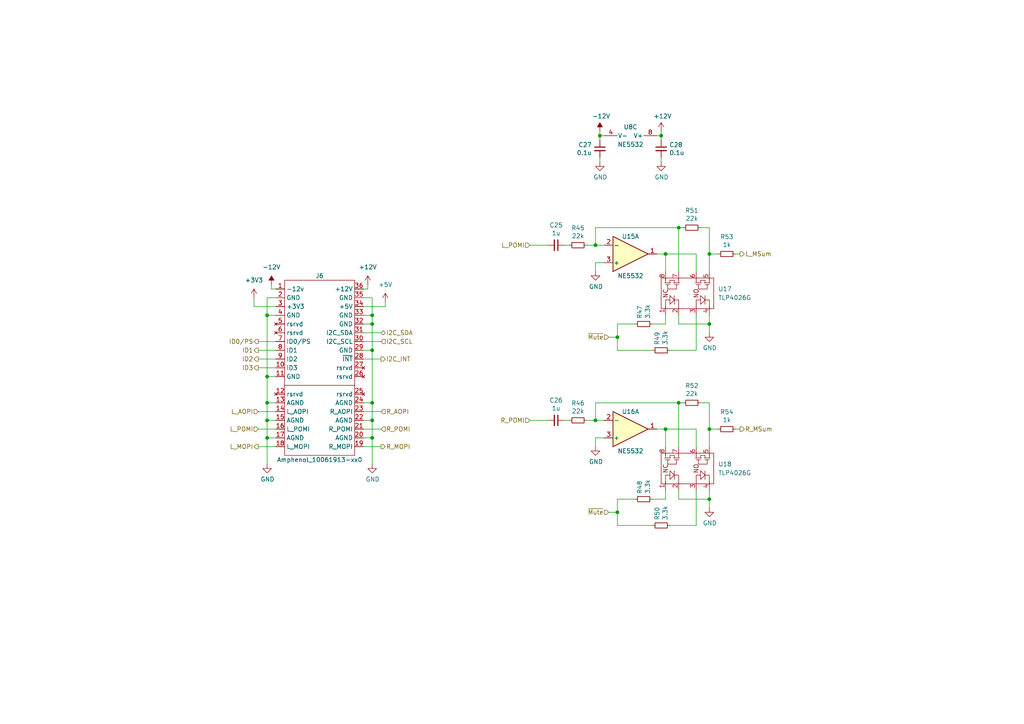
<source format=kicad_sch>
(kicad_sch (version 20230121) (generator eeschema)
  (paper "A4")
  (lib_symbols
    (symbol "Device:C_Small" (pin_numbers hide) (pin_names (offset 0.254) hide)
      (property "Reference" "C" (at 0.254 1.778 0))
      (property "Value" "C_Small" (at 0.254 -2.032 0))
      (symbol "C_Small_0_1"
        (polyline (pts (xy -1.524 -0.508) (xy 1.524 -0.508)) (stroke (width 0.3302)))
        (polyline (pts (xy -1.524 0.508) (xy 1.524 0.508)) (stroke (width 0.3048)))
      )
      (symbol "C_Small_1_1"
        (pin passive line (at 0 2.54 270) (length 2.032) (name "~") (number "1"))
        (pin passive line (at 0 -2.54 90) (length 2.032) (name "~") (number "2"))
      )
    )
    (symbol "Device:R_Small" (pin_numbers hide) (pin_names (offset 0.254) hide)
      (property "Reference" "R" (at 0.762 0.508 0))
      (property "Value" "R_Small" (at 0.762 -1.016 0))
      (symbol "R_Small_0_1"
        (rectangle (start -0.762 1.778) (end 0.762 -1.778) (stroke (width 0.2032)))
      )
      (symbol "R_Small_1_1"
        (pin passive line (at 0 2.54 270) (length 0.762) (name "~") (number "1"))
        (pin passive line (at 0 -2.54 90) (length 0.762) (name "~") (number "2"))
      )
    )
    (symbol "power:+12V" (power) (pin_names (offset 0))
      (property "Value" "+12V" (at 0 3.556 0))
      (symbol "+12V_0_1"
        (polyline (pts (xy -0.762 1.27) (xy 0 2.54)))
        (polyline (pts (xy 0 0) (xy 0 2.54)))
        (polyline (pts (xy 0 2.54) (xy 0.762 1.27)))
      )
      (symbol "+12V_1_1"
        (pin power_in line (at 0 0 90) (length 0) hide (name "+12V") (number "1"))
      )
    )
    (symbol "power:+3V3" (power) (pin_names (offset 0))
      (property "Value" "+3V3" (at 0 3.556 0))
      (symbol "+3V3_0_1"
        (polyline (pts (xy -0.762 1.27) (xy 0 2.54)))
        (polyline (pts (xy 0 0) (xy 0 2.54)))
        (polyline (pts (xy 0 2.54) (xy 0.762 1.27)))
      )
      (symbol "+3V3_1_1"
        (pin power_in line (at 0 0 90) (length 0) hide (name "+3V3") (number "1"))
      )
    )
    (symbol "power:+5V" (power) (pin_names (offset 0))
      (property "Value" "+5V" (at 0 3.556 0))
      (symbol "+5V_0_1"
        (polyline (pts (xy -0.762 1.27) (xy 0 2.54)))
        (polyline (pts (xy 0 0) (xy 0 2.54)))
        (polyline (pts (xy 0 2.54) (xy 0.762 1.27)))
      )
      (symbol "+5V_1_1"
        (pin power_in line (at 0 0 90) (length 0) hide (name "+5V") (number "1"))
      )
    )
    (symbol "power:-12V" (power) (pin_names (offset 0))
      (property "Value" "-12V" (at 0 3.81 0))
      (symbol "-12V_0_0"
        (pin power_in line (at 0 0 90) (length 0) hide (name "-12V") (number "1"))
      )
      (symbol "-12V_0_1"
        (polyline (pts (xy 0 0) (xy 0 1.27) (xy 0.762 1.27) (xy 0 2.54) (xy -0.762 1.27) (xy 0 1.27)) (fill (type outline)))
      )
    )
    (symbol "power:GND" (power) (pin_names (offset 0))
      (property "Value" "GND" (at 0 -3.81 0))
      (symbol "GND_0_1"
        (polyline (pts (xy 0 0) (xy 0 -1.27) (xy 1.27 -1.27) (xy 0 -2.54) (xy -1.27 -1.27) (xy 0 -1.27)))
      )
      (symbol "GND_1_1"
        (pin power_in line (at 0 0 270) (length 0) hide (name "GND") (number "1"))
      )
    )
    (symbol "silver-box-modular:Amphenol_10061913-xx0"
      (property "Reference" "J" (at 0 2.54 0))
      (property "Value" "Amphenol_10061913-xx0" (at 0 -50.8 0))
      (symbol "Amphenol_10061913-xx0_0_1"
        (rectangle (start -10.16 1.27) (end 10.16 -49.53))
        (polyline (pts (xy 10.16 -29.21) (xy -10.16 -29.21)))
      )
      (symbol "Amphenol_10061913-xx0_1_1"
        (pin power_out line (at -12.7 -1.27 0) (length 2.54) (name "-12v") (number "1"))
        (pin passive line (at -12.7 -24.13 0) (length 2.54) (name "ID3") (number "10"))
        (pin power_in line (at -12.7 -26.67 0) (length 2.54) (name "GND") (number "11"))
        (pin no_connect line (at -12.7 -31.75 0) (length 2.54) (name "rsrvd") (number "12"))
        (pin power_in line (at -12.7 -34.29 0) (length 2.54) (name "AGND") (number "13"))
        (pin passive line (at -12.7 -36.83 0) (length 2.54) (name "L_AOPI") (number "14"))
        (pin power_in line (at -12.7 -39.37 0) (length 2.54) (name "AGND") (number "15"))
        (pin passive line (at -12.7 -41.91 0) (length 2.54) (name "L_POMI") (number "16"))
        (pin power_in line (at -12.7 -44.45 0) (length 2.54) (name "AGND") (number "17"))
        (pin passive line (at -12.7 -46.99 0) (length 2.54) (name "L_MOPI") (number "18"))
        (pin passive line (at 12.7 -46.99 180) (length 2.54) (name "R_MOPI") (number "19"))
        (pin power_in line (at -12.7 -3.81 0) (length 2.54) (name "GND") (number "2"))
        (pin power_in line (at 12.7 -44.45 180) (length 2.54) (name "AGND") (number "20"))
        (pin passive line (at 12.7 -41.91 180) (length 2.54) (name "R_POMI") (number "21"))
        (pin power_in line (at 12.7 -39.37 180) (length 2.54) (name "AGND") (number "22"))
        (pin passive line (at 12.7 -36.83 180) (length 2.54) (name "R_AOPI") (number "23"))
        (pin power_in line (at 12.7 -34.29 180) (length 2.54) (name "AGND") (number "24"))
        (pin no_connect line (at 12.7 -31.75 180) (length 2.54) (name "rsrvd") (number "25"))
        (pin no_connect line (at 12.7 -26.67 180) (length 2.54) (name "rsrvd") (number "26"))
        (pin no_connect line (at 12.7 -24.13 180) (length 2.54) (name "rsrvd") (number "27"))
        (pin passive line (at 12.7 -21.59 180) (length 2.54) (name "~{INT}") (number "28"))
        (pin power_in line (at 12.7 -19.05 180) (length 2.54) (name "GND") (number "29"))
        (pin power_out line (at -12.7 -6.35 0) (length 2.54) (name "+3V3") (number "3"))
        (pin passive line (at 12.7 -16.51 180) (length 2.54) (name "I2C_SCL") (number "30"))
        (pin passive line (at 12.7 -13.97 180) (length 2.54) (name "I2C_SDA") (number "31"))
        (pin power_in line (at 12.7 -11.43 180) (length 2.54) (name "GND") (number "32"))
        (pin power_in line (at 12.7 -8.89 180) (length 2.54) (name "GND") (number "33"))
        (pin power_out line (at 12.7 -6.35 180) (length 2.54) (name "+5V") (number "34"))
        (pin power_in line (at 12.7 -3.81 180) (length 2.54) (name "GND") (number "35"))
        (pin power_out line (at 12.7 -1.27 180) (length 2.54) (name "+12V") (number "36"))
        (pin power_in line (at -12.7 -8.89 0) (length 2.54) (name "GND") (number "4"))
        (pin no_connect line (at -12.7 -11.43 0) (length 2.54) (name "rsrvd") (number "5"))
        (pin no_connect line (at -12.7 -13.97 0) (length 2.54) (name "rsrvd") (number "6"))
        (pin passive line (at -12.7 -16.51 0) (length 2.54) (name "ID0/PS") (number "7"))
        (pin passive line (at -12.7 -19.05 0) (length 2.54) (name "ID1") (number "8"))
        (pin passive line (at -12.7 -21.59 0) (length 2.54) (name "ID2") (number "9"))
      )
    )
    (symbol "silver-box-modular:NE5532" (pin_names (offset 0.127))
      (property "Reference" "U3" (at 0 5.08 0))
      (property "Value" "NE5532" (at 0 -6.35 0))
      (symbol "NE5532_1_1"
        (polyline (pts (xy -5.08 5.08) (xy 5.08 0) (xy -5.08 -5.08) (xy -5.08 5.08)) (stroke (width 0.254)) (fill (type background)))
        (pin output line (at 7.62 0 180) (length 2.54) (name "~") (number "1"))
        (pin input line (at -7.62 -2.54 0) (length 2.54) (name "-") (number "2"))
        (pin input line (at -7.62 2.54 0) (length 2.54) (name "+") (number "3"))
      )
      (symbol "NE5532_2_1"
        (polyline (pts (xy -5.08 5.08) (xy 5.08 0) (xy -5.08 -5.08) (xy -5.08 5.08)) (stroke (width 0.254)) (fill (type background)))
        (pin input line (at -7.62 2.54 0) (length 2.54) (name "+") (number "5"))
        (pin input line (at -7.62 -2.54 0) (length 2.54) (name "-") (number "6"))
        (pin output line (at 7.62 0 180) (length 2.54) (name "~") (number "7"))
      )
      (symbol "NE5532_3_1"
        (pin power_in line (at -2.54 -7.62 90) (length 3.81) (name "V-") (number "4"))
        (pin power_in line (at -2.54 7.62 270) (length 3.81) (name "V+") (number "8"))
      )
    )
    (symbol "silver-box-modular:TLP4026G" (pin_names (offset 1.016))
      (property "Reference" "U" (at 0 8.89 0))
      (property "Value" "TLP4026G" (at 0 -8.89 0))
      (symbol "TLP4026G_0_0"
        (text "NC" (at 0 6.35 0) (effects (font (size 1.27 1.27))))
        (text "NO" (at 0 -2.54 0) (effects (font (size 1.27 1.27))))
      )
      (symbol "TLP4026G_0_1"
        (rectangle (start -4.445 7.62) (end 4.445 -7.62))
        (polyline (pts (xy -3.175 -5.08) (xy -0.635 -5.08)))
        (polyline (pts (xy -3.175 3.81) (xy -0.635 3.81)))
        (polyline (pts (xy 2.54 -2.54) (xy 2.54 -3.81)))
        (polyline (pts (xy 2.54 6.35) (xy 2.54 5.08)))
        (polyline (pts (xy 3.048 -4.826) (xy 3.048 -6.604)))
        (polyline (pts (xy 3.048 -4.064) (xy 3.048 -2.286)))
        (polyline (pts (xy 3.048 4.064) (xy 3.048 2.286)))
        (polyline (pts (xy 3.048 4.826) (xy 3.048 6.604)))
        (polyline (pts (xy 3.175 -6.35) (xy 4.445 -6.35)))
        (polyline (pts (xy 3.175 -2.54) (xy 4.445 -2.54)))
        (polyline (pts (xy 3.175 2.54) (xy 4.445 2.54)))
        (polyline (pts (xy 3.175 6.35) (xy 4.445 6.35)))
        (polyline (pts (xy -1.905 -5.08) (xy -1.905 -6.35) (xy -4.445 -6.35)))
        (polyline (pts (xy -1.905 3.81) (xy -1.905 2.54) (xy -4.445 2.54)))
        (polyline (pts (xy 3.175 -5.08) (xy 3.81 -5.08) (xy 3.81 -3.81) (xy 3.175 -3.81)))
        (polyline (pts (xy 3.175 3.81) (xy 3.81 3.81) (xy 3.81 5.08) (xy 3.175 5.08)))
        (polyline (pts (xy 2.54 -3.175) (xy 1.27 -3.175) (xy 1.27 -5.715) (xy 2.54 -5.715) (xy 2.54 -5.08) (xy 2.54 -6.35)))
        (polyline (pts (xy 2.54 5.715) (xy 1.27 5.715) (xy 1.27 3.175) (xy 2.54 3.175) (xy 2.54 3.81) (xy 2.54 2.54)))
        (polyline (pts (xy -4.445 -2.54) (xy -1.905 -2.54) (xy -1.905 -3.81) (xy -3.175 -3.81) (xy -1.905 -5.08) (xy -0.635 -3.81) (xy -1.905 -3.81)))
        (polyline (pts (xy -4.445 6.35) (xy -1.905 6.35) (xy -1.905 5.08) (xy -3.175 5.08) (xy -1.905 3.81) (xy -0.635 5.08) (xy -1.905 5.08)))
      )
      (symbol "TLP4026G_1_1"
        (pin passive line (at -6.35 6.35 0) (length 2.54) (name "~") (number "1"))
        (pin passive line (at -6.35 2.54 0) (length 2.54) (name "~") (number "2"))
        (pin passive line (at -6.35 -2.54 0) (length 2.54) (name "~") (number "3"))
        (pin passive line (at -6.35 -6.35 0) (length 2.54) (name "~") (number "4"))
        (pin passive line (at 6.35 -6.35 180) (length 2.54) (name "~") (number "5"))
        (pin passive line (at 6.35 -2.54 180) (length 2.54) (name "~") (number "6"))
        (pin passive line (at 6.35 2.54 180) (length 2.54) (name "~") (number "7"))
        (pin passive line (at 6.35 6.35 180) (length 2.54) (name "~") (number "8"))
      )
    )
  )
  (junction (at 173.99 39.37) (diameter 0.9144))
  (junction (at 205.74 144.78) (diameter 0.9144))
  (junction (at 77.47 109.22))
  (junction (at 107.95 101.6))
  (junction (at 107.95 91.44))
  (junction (at 107.95 93.98))
  (junction (at 77.47 121.92) (diameter 0.9144))
  (junction (at 179.07 97.79) (diameter 0.9144))
  (junction (at 196.85 66.04) (diameter 0.9144))
  (junction (at 179.07 148.59) (diameter 0.9144))
  (junction (at 107.95 116.84))
  (junction (at 77.47 127) (diameter 0.9144))
  (junction (at 172.72 71.12) (diameter 0.9144))
  (junction (at 193.04 124.46) (diameter 0.9144))
  (junction (at 77.47 116.84))
  (junction (at 193.04 73.66) (diameter 0.9144))
  (junction (at 107.95 127) (diameter 0.9144))
  (junction (at 196.85 116.84) (diameter 0.9144))
  (junction (at 77.47 91.44))
  (junction (at 172.72 121.92) (diameter 0.9144))
  (junction (at 205.74 93.98) (diameter 0.9144))
  (junction (at 205.74 124.46) (diameter 0.9144))
  (junction (at 107.95 121.92))
  (junction (at 191.77 39.37) (diameter 0.9144))
  (junction (at 205.74 73.66) (diameter 0.9144))
  (wire (pts (xy 105.41 127) (xy 107.95 127)))
  (wire (pts (xy 105.41 93.98) (xy 107.95 93.98)))
  (wire (pts (xy 77.47 121.92) (xy 77.47 127)))
  (wire (pts (xy 213.36 73.66) (xy 214.63 73.66)))
  (wire (pts (xy 172.72 78.74) (xy 172.72 76.2)))
  (wire (pts (xy 173.99 38.1) (xy 173.99 39.37)))
  (wire (pts (xy 205.74 144.78) (xy 205.74 147.32)))
  (wire (pts (xy 196.85 129.54) (xy 196.85 116.84)))
  (wire (pts (xy 201.93 124.46) (xy 201.93 129.54)))
  (wire (pts (xy 205.74 124.46) (xy 208.28 124.46)))
  (wire (pts (xy 179.07 148.59) (xy 179.07 152.4)))
  (wire (pts (xy 78.74 83.82) (xy 78.74 82.55)))
  (wire (pts (xy 213.36 124.46) (xy 214.63 124.46)))
  (wire (pts (xy 106.68 83.82) (xy 105.41 83.82)))
  (wire (pts (xy 196.85 142.24) (xy 196.85 144.78)))
  (wire (pts (xy 191.77 39.37) (xy 191.77 38.1)))
  (wire (pts (xy 201.93 101.6) (xy 201.93 91.44)))
  (wire (pts (xy 74.93 99.06) (xy 80.01 99.06)))
  (wire (pts (xy 173.99 40.64) (xy 173.99 39.37)))
  (wire (pts (xy 205.74 73.66) (xy 208.28 73.66)))
  (wire (pts (xy 105.41 129.54) (xy 110.49 129.54)))
  (wire (pts (xy 190.5 73.66) (xy 193.04 73.66)))
  (wire (pts (xy 163.83 71.12) (xy 165.1 71.12)))
  (wire (pts (xy 191.77 40.64) (xy 191.77 39.37)))
  (wire (pts (xy 194.31 152.4) (xy 201.93 152.4)))
  (wire (pts (xy 176.53 97.79) (xy 179.07 97.79)))
  (wire (pts (xy 196.85 144.78) (xy 205.74 144.78)))
  (wire (pts (xy 190.5 39.37) (xy 191.77 39.37)))
  (wire (pts (xy 196.85 116.84) (xy 198.12 116.84)))
  (wire (pts (xy 193.04 124.46) (xy 193.04 129.54)))
  (wire (pts (xy 194.31 101.6) (xy 201.93 101.6)))
  (wire (pts (xy 74.93 106.68) (xy 80.01 106.68)))
  (wire (pts (xy 196.85 66.04) (xy 198.12 66.04)))
  (wire (pts (xy 196.85 116.84) (xy 172.72 116.84)))
  (wire (pts (xy 189.23 93.98) (xy 193.04 93.98)))
  (wire (pts (xy 77.47 127) (xy 77.47 134.62)))
  (wire (pts (xy 107.95 86.36) (xy 107.95 91.44)))
  (wire (pts (xy 179.07 152.4) (xy 189.23 152.4)))
  (wire (pts (xy 77.47 91.44) (xy 80.01 91.44)))
  (wire (pts (xy 179.07 101.6) (xy 189.23 101.6)))
  (wire (pts (xy 196.85 78.74) (xy 196.85 66.04)))
  (wire (pts (xy 172.72 71.12) (xy 175.26 71.12)))
  (wire (pts (xy 191.77 46.99) (xy 191.77 45.72)))
  (wire (pts (xy 176.53 148.59) (xy 179.07 148.59)))
  (wire (pts (xy 77.47 109.22) (xy 77.47 116.84)))
  (wire (pts (xy 107.95 91.44) (xy 107.95 93.98)))
  (wire (pts (xy 105.41 86.36) (xy 107.95 86.36)))
  (wire (pts (xy 80.01 127) (xy 77.47 127)))
  (wire (pts (xy 172.72 76.2) (xy 175.26 76.2)))
  (wire (pts (xy 179.07 93.98) (xy 184.15 93.98)))
  (wire (pts (xy 201.93 73.66) (xy 193.04 73.66)))
  (wire (pts (xy 193.04 144.78) (xy 193.04 142.24)))
  (wire (pts (xy 172.72 116.84) (xy 172.72 121.92)))
  (wire (pts (xy 153.67 121.92) (xy 158.75 121.92)))
  (wire (pts (xy 193.04 73.66) (xy 193.04 78.74)))
  (wire (pts (xy 205.74 73.66) (xy 205.74 78.74)))
  (wire (pts (xy 107.95 127) (xy 107.95 134.62)))
  (wire (pts (xy 172.72 66.04) (xy 172.72 71.12)))
  (wire (pts (xy 196.85 91.44) (xy 196.85 93.98)))
  (wire (pts (xy 105.41 88.9) (xy 111.76 88.9)))
  (wire (pts (xy 73.66 88.9) (xy 80.01 88.9)))
  (wire (pts (xy 74.93 101.6) (xy 80.01 101.6)))
  (wire (pts (xy 201.93 73.66) (xy 201.93 78.74)))
  (wire (pts (xy 205.74 144.78) (xy 205.74 142.24)))
  (wire (pts (xy 105.41 99.06) (xy 110.49 99.06)))
  (wire (pts (xy 107.95 121.92) (xy 105.41 121.92)))
  (wire (pts (xy 80.01 119.38) (xy 74.93 119.38)))
  (wire (pts (xy 205.74 116.84) (xy 205.74 124.46)))
  (wire (pts (xy 179.07 148.59) (xy 179.07 144.78)))
  (wire (pts (xy 173.99 39.37) (xy 175.26 39.37)))
  (wire (pts (xy 205.74 124.46) (xy 205.74 129.54)))
  (wire (pts (xy 201.93 152.4) (xy 201.93 142.24)))
  (wire (pts (xy 107.95 116.84) (xy 105.41 116.84)))
  (wire (pts (xy 73.66 86.36) (xy 73.66 88.9)))
  (wire (pts (xy 203.2 66.04) (xy 205.74 66.04)))
  (wire (pts (xy 196.85 93.98) (xy 205.74 93.98)))
  (wire (pts (xy 105.41 96.52) (xy 110.49 96.52)))
  (wire (pts (xy 170.18 121.92) (xy 172.72 121.92)))
  (wire (pts (xy 205.74 66.04) (xy 205.74 73.66)))
  (wire (pts (xy 107.95 127) (xy 107.95 121.92)))
  (wire (pts (xy 170.18 71.12) (xy 172.72 71.12)))
  (wire (pts (xy 179.07 97.79) (xy 179.07 93.98)))
  (wire (pts (xy 172.72 121.92) (xy 175.26 121.92)))
  (wire (pts (xy 77.47 91.44) (xy 77.47 109.22)))
  (wire (pts (xy 77.47 116.84) (xy 77.47 121.92)))
  (wire (pts (xy 190.5 124.46) (xy 193.04 124.46)))
  (wire (pts (xy 172.72 129.54) (xy 172.72 127)))
  (wire (pts (xy 153.67 71.12) (xy 158.75 71.12)))
  (wire (pts (xy 107.95 93.98) (xy 107.95 101.6)))
  (wire (pts (xy 105.41 91.44) (xy 107.95 91.44)))
  (wire (pts (xy 77.47 86.36) (xy 77.47 91.44)))
  (wire (pts (xy 80.01 83.82) (xy 78.74 83.82)))
  (wire (pts (xy 80.01 116.84) (xy 77.47 116.84)))
  (wire (pts (xy 105.41 124.46) (xy 110.49 124.46)))
  (wire (pts (xy 173.99 46.99) (xy 173.99 45.72)))
  (wire (pts (xy 203.2 116.84) (xy 205.74 116.84)))
  (wire (pts (xy 205.74 93.98) (xy 205.74 96.52)))
  (wire (pts (xy 105.41 104.14) (xy 110.49 104.14)))
  (wire (pts (xy 74.93 104.14) (xy 80.01 104.14)))
  (wire (pts (xy 74.93 124.46) (xy 80.01 124.46)))
  (wire (pts (xy 107.95 121.92) (xy 107.95 116.84)))
  (wire (pts (xy 105.41 119.38) (xy 110.49 119.38)))
  (wire (pts (xy 77.47 121.92) (xy 80.01 121.92)))
  (wire (pts (xy 106.68 82.55) (xy 106.68 83.82)))
  (wire (pts (xy 163.83 121.92) (xy 165.1 121.92)))
  (wire (pts (xy 77.47 109.22) (xy 80.01 109.22)))
  (wire (pts (xy 105.41 101.6) (xy 107.95 101.6)))
  (wire (pts (xy 107.95 101.6) (xy 107.95 116.84)))
  (wire (pts (xy 201.93 124.46) (xy 193.04 124.46)))
  (wire (pts (xy 193.04 93.98) (xy 193.04 91.44)))
  (wire (pts (xy 80.01 129.54) (xy 74.93 129.54)))
  (wire (pts (xy 111.76 87.63) (xy 111.76 88.9)))
  (wire (pts (xy 80.01 86.36) (xy 77.47 86.36)))
  (wire (pts (xy 172.72 127) (xy 175.26 127)))
  (wire (pts (xy 205.74 93.98) (xy 205.74 91.44)))
  (wire (pts (xy 179.07 144.78) (xy 184.15 144.78)))
  (wire (pts (xy 179.07 97.79) (xy 179.07 101.6)))
  (wire (pts (xy 196.85 66.04) (xy 172.72 66.04)))
  (wire (pts (xy 189.23 144.78) (xy 193.04 144.78)))
  (hierarchical_label "I2C_SDA" (shape bidirectional) (at 110.49 96.52 0))
  (hierarchical_label "R_MSum" (shape output) (at 214.63 124.46 0))
  (hierarchical_label "ID1" (shape output) (at 74.93 101.6 180))
  (hierarchical_label "R_POMI" (shape input) (at 153.67 121.92 180))
  (hierarchical_label "L_MOPI" (shape output) (at 74.93 129.54 180))
  (hierarchical_label "I2C_SCL" (shape input) (at 110.49 99.06 0))
  (hierarchical_label "~{Mute}" (shape input) (at 176.53 97.79 180))
  (hierarchical_label "L_POMI" (shape input) (at 74.93 124.46 180))
  (hierarchical_label "L_AOPI" (shape input) (at 74.93 119.38 180))
  (hierarchical_label "R_MOPI" (shape output) (at 110.49 129.54 0))
  (hierarchical_label "R_POMI" (shape input) (at 110.49 124.46 0))
  (hierarchical_label "~{Mute}" (shape input) (at 176.53 148.59 180))
  (hierarchical_label "ID2" (shape output) (at 74.93 104.14 180))
  (hierarchical_label "ID3" (shape output) (at 74.93 106.68 180))
  (hierarchical_label "L_POMI" (shape input) (at 153.67 71.12 180))
  (hierarchical_label "I2C_INT" (shape output) (at 110.49 104.14 0))
  (hierarchical_label "L_MSum" (shape output) (at 214.63 73.66 0))
  (hierarchical_label "ID0{slash}PS" (shape output) (at 74.93 99.06 180))
  (hierarchical_label "R_AOPI" (shape input) (at 110.49 119.38 0))
  (symbol (lib_id "silver-box-modular:NE5532") (at 182.88 73.66 0) (mirror x) (unit 1)
    (property "Reference" "U15" (at 182.88 68.58 0))
    (property "Value" "NE5532" (at 182.88 80.01 0))
    (property "Footprint" "silver-box-feetprints:NE5532 SOIC8" (effects hide))
    (property "Datasheet" "http://www.ti.com/lit/ds/symlink/ne5532.pdf" (effects hide))
    (instances (project "silver-box-modular" (path "" (reference "U15") (unit 1)) (path "" (reference "U3") (unit 1)) (path "" (reference "U7") (unit 1)) (path "" (reference "U11") (unit 1)) (path "" (reference "U33") (unit 1)) (path "" (reference "U21") (unit 1)) (path "" (reference "U25") (unit 1)) (path "" (reference "U29") (unit 1))))
  )
  (symbol (lib_id "silver-box-modular:NE5532") (at 182.88 41.91 270) (unit 3)
    (property "Reference" "U8" (at 182.88 36.83 90))
    (property "Value" "NE5532" (at 182.88 41.91 90))
    (property "Footprint" "silver-box-feetprints:NE5532 SOIC8" (effects hide))
    (property "Datasheet" "http://www.ti.com/lit/ds/symlink/ne5532.pdf" (effects hide))
    (instances (project "silver-box-modular" (path "" (reference "U8") (unit 3)) (path "" (reference "U3") (unit 3)) (path "" (reference "U4") (unit 3)) (path "" (reference "U7") (unit 3)) (path "" (reference "U19") (unit 3)) (path "" (reference "U12") (unit 3)) (path "" (reference "U15") (unit 3)) (path "" (reference "U16") (unit 3))))
  )
  (symbol (lib_id "Device:R_Small") (at 167.64 71.12 270) (unit 1)
    (property "Reference" "R45" (at 167.64 66.1416 90))
    (property "Value" "22k" (at 167.64 68.453 90))
    (property "Footprint" "Resistor_SMD:R_0603_1608Metric_Pad0.98x0.95mm_HandSolder" (effects hide))
    (instances (project "silver-box-modular" (path "" (reference "R45") (unit 1)) (path "" (reference "R4") (unit 1)) (path "" (reference "R14") (unit 1)) (path "" (reference "R35") (unit 1)) (path "" (reference "R87") (unit 1)) (path "" (reference "R57") (unit 1)) (path "" (reference "R67") (unit 1)) (path "" (reference "R77") (unit 1))))
  )
  (symbol (lib_id "Device:C_Small") (at 161.29 71.12 270) (unit 1)
    (property "Reference" "C25" (at 161.29 65.3034 90))
    (property "Value" "1u" (at 161.29 67.6148 90))
    (property "Footprint" "Capacitor_SMD:C_2220_5650Metric_Pad1.97x5.40mm_HandSolder" (effects hide))
    (instances (project "silver-box-modular" (path "" (reference "C25") (unit 1)) (path "" (reference "C3") (unit 1)) (path "" (reference "C7") (unit 1)) (path "" (reference "C21") (unit 1)) (path "" (reference "C49") (unit 1)) (path "" (reference "C37") (unit 1)) (path "" (reference "C41") (unit 1)) (path "" (reference "C45") (unit 1))))
  )
  (symbol (lib_id "Device:R_Small") (at 200.66 66.04 270) (unit 1)
    (property "Reference" "R51" (at 200.66 61.0616 90))
    (property "Value" "22k" (at 200.66 63.373 90))
    (property "Footprint" "Resistor_SMD:R_0603_1608Metric_Pad0.98x0.95mm_HandSolder" (effects hide))
    (instances (project "silver-box-modular" (path "" (reference "R51") (unit 1)) (path "" (reference "R10") (unit 1)) (path "" (reference "R20") (unit 1)) (path "" (reference "R41") (unit 1)) (path "" (reference "R93") (unit 1)) (path "" (reference "R63") (unit 1)) (path "" (reference "R73") (unit 1)) (path "" (reference "R83") (unit 1))))
  )
  (symbol (lib_id "Device:R_Small") (at 210.82 73.66 270) (unit 1)
    (property "Reference" "R53" (at 210.82 68.6816 90))
    (property "Value" "1k" (at 210.82 70.993 90))
    (property "Footprint" "Resistor_SMD:R_0603_1608Metric_Pad0.98x0.95mm_HandSolder" (effects hide))
    (instances (project "silver-box-modular" (path "" (reference "R53") (unit 1)) (path "" (reference "R12") (unit 1)) (path "" (reference "R22") (unit 1)) (path "" (reference "R43") (unit 1)) (path "" (reference "R95") (unit 1)) (path "" (reference "R65") (unit 1)) (path "" (reference "R75") (unit 1)) (path "" (reference "R85") (unit 1))))
  )
  (symbol (lib_id "power:GND") (at 172.72 78.74 0) (unit 1)
    (property "Reference" "#PWR085" (effects hide))
    (property "Value" "GND" (at 172.847 83.1342 0))
    (instances (project "silver-box-modular" (path "" (reference "#PWR085") (unit 1)) (path "" (reference "#PWR018") (unit 1)) (path "" (reference "#PWR032") (unit 1)) (path "" (reference "#PWR071") (unit 1)) (path "" (reference "#PWR0152") (unit 1)) (path "" (reference "#PWR0110") (unit 1)) (path "" (reference "#PWR0124") (unit 1)) (path "" (reference "#PWR0138") (unit 1))))
  )
  (symbol (lib_id "power:+12V") (at 191.77 38.1 0) (unit 1)
    (property "Reference" "#PWR089" (effects hide))
    (property "Value" "+12V" (at 192.151 33.7058 0))
    (instances (project "silver-box-modular" (path "" (reference "#PWR089") (unit 1)) (path "" (reference "#PWR022") (unit 1)) (path "" (reference "#PWR036") (unit 1)) (path "" (reference "#PWR075") (unit 1)) (path "" (reference "#PWR0156") (unit 1)) (path "" (reference "#PWR0114") (unit 1)) (path "" (reference "#PWR0128") (unit 1)) (path "" (reference "#PWR0142") (unit 1))))
  )
  (symbol (lib_id "power:-12V") (at 173.99 38.1 0) (unit 1)
    (property "Reference" "#PWR087" (effects hide))
    (property "Value" "-12V" (at 174.371 33.7058 0))
    (instances (project "silver-box-modular" (path "" (reference "#PWR087") (unit 1)) (path "" (reference "#PWR020") (unit 1)) (path "" (reference "#PWR034") (unit 1)) (path "" (reference "#PWR073") (unit 1)) (path "" (reference "#PWR0154") (unit 1)) (path "" (reference "#PWR0112") (unit 1)) (path "" (reference "#PWR0126") (unit 1)) (path "" (reference "#PWR0140") (unit 1))))
  )
  (symbol (lib_id "Device:C_Small") (at 173.99 43.18 0) (mirror y) (unit 1)
    (property "Reference" "C27" (at 171.6532 42.0116 0) (effects (justify left)))
    (property "Value" "0.1u" (at 171.6532 44.323 0) (effects (justify left)))
    (property "Footprint" "Capacitor_SMD:C_0603_1608Metric_Pad1.08x0.95mm_HandSolder" (effects hide))
    (instances (project "silver-box-modular" (path "" (reference "C27") (unit 1)) (path "" (reference "C5") (unit 1)) (path "" (reference "C9") (unit 1)) (path "" (reference "C23") (unit 1)) (path "" (reference "C51") (unit 1)) (path "" (reference "C39") (unit 1)) (path "" (reference "C43") (unit 1)) (path "" (reference "C47") (unit 1))))
  )
  (symbol (lib_id "Device:C_Small") (at 191.77 43.18 0) (unit 1)
    (property "Reference" "C28" (at 194.1068 42.0116 0) (effects (justify left)))
    (property "Value" "0.1u" (at 194.1068 44.323 0) (effects (justify left)))
    (property "Footprint" "Capacitor_SMD:C_0603_1608Metric_Pad1.08x0.95mm_HandSolder" (effects hide))
    (instances (project "silver-box-modular" (path "" (reference "C28") (unit 1)) (path "" (reference "C6") (unit 1)) (path "" (reference "C10") (unit 1)) (path "" (reference "C24") (unit 1)) (path "" (reference "C52") (unit 1)) (path "" (reference "C40") (unit 1)) (path "" (reference "C44") (unit 1)) (path "" (reference "C48") (unit 1))))
  )
  (symbol (lib_id "power:GND") (at 173.99 46.99 0) (unit 1)
    (property "Reference" "#PWR088" (effects hide))
    (property "Value" "GND" (at 174.117 51.3842 0))
    (instances (project "silver-box-modular" (path "" (reference "#PWR088") (unit 1)) (path "" (reference "#PWR021") (unit 1)) (path "" (reference "#PWR035") (unit 1)) (path "" (reference "#PWR074") (unit 1)) (path "" (reference "#PWR0155") (unit 1)) (path "" (reference "#PWR0113") (unit 1)) (path "" (reference "#PWR0127") (unit 1)) (path "" (reference "#PWR0141") (unit 1))))
  )
  (symbol (lib_id "power:GND") (at 191.77 46.99 0) (unit 1)
    (property "Reference" "#PWR090" (effects hide))
    (property "Value" "GND" (at 191.897 51.3842 0))
    (instances (project "silver-box-modular" (path "" (reference "#PWR090") (unit 1)) (path "" (reference "#PWR023") (unit 1)) (path "" (reference "#PWR037") (unit 1)) (path "" (reference "#PWR076") (unit 1)) (path "" (reference "#PWR0157") (unit 1)) (path "" (reference "#PWR0115") (unit 1)) (path "" (reference "#PWR0129") (unit 1)) (path "" (reference "#PWR0143") (unit 1))))
  )
  (symbol (lib_id "Device:R_Small") (at 186.69 93.98 270) (unit 1)
    (property "Reference" "R47" (at 185.5216 92.4814 0) (effects (justify right)))
    (property "Value" "3.3k" (at 187.833 92.4814 0) (effects (justify right)))
    (property "Footprint" "Resistor_SMD:R_0603_1608Metric_Pad0.98x0.95mm_HandSolder" (effects hide))
    (instances (project "silver-box-modular" (path "" (reference "R47") (unit 1)) (path "" (reference "R6") (unit 1)) (path "" (reference "R16") (unit 1)) (path "" (reference "R37") (unit 1)) (path "" (reference "R89") (unit 1)) (path "" (reference "R59") (unit 1)) (path "" (reference "R69") (unit 1)) (path "" (reference "R79") (unit 1))))
  )
  (symbol (lib_id "Device:R_Small") (at 191.77 101.6 270) (unit 1)
    (property "Reference" "R49" (at 190.6016 100.1014 0) (effects (justify right)))
    (property "Value" "3.3k" (at 192.913 100.1014 0) (effects (justify right)))
    (property "Footprint" "Resistor_SMD:R_0603_1608Metric_Pad0.98x0.95mm_HandSolder" (effects hide))
    (instances (project "silver-box-modular" (path "" (reference "R49") (unit 1)) (path "" (reference "R8") (unit 1)) (path "" (reference "R18") (unit 1)) (path "" (reference "R39") (unit 1)) (path "" (reference "R91") (unit 1)) (path "" (reference "R61") (unit 1)) (path "" (reference "R71") (unit 1)) (path "" (reference "R81") (unit 1))))
  )
  (symbol (lib_id "power:GND") (at 205.74 96.52 0) (unit 1)
    (property "Reference" "#PWR091" (effects hide))
    (property "Value" "GND" (at 205.867 100.9142 0))
    (instances (project "silver-box-modular" (path "" (reference "#PWR091") (unit 1)) (path "" (reference "#PWR024") (unit 1)) (path "" (reference "#PWR038") (unit 1)) (path "" (reference "#PWR077") (unit 1)) (path "" (reference "#PWR0158") (unit 1)) (path "" (reference "#PWR0116") (unit 1)) (path "" (reference "#PWR0130") (unit 1)) (path "" (reference "#PWR0144") (unit 1))))
  )
  (symbol (lib_id "power:GND") (at 107.95 134.62 0) (unit 1)
    (property "Reference" "#PWR083" (effects hide))
    (property "Value" "GND" (at 108.077 139.0142 0))
    (instances (project "silver-box-modular" (path "" (reference "#PWR083") (unit 1)) (path "" (reference "#PWR016") (unit 1)) (path "" (reference "#PWR030") (unit 1)) (path "" (reference "#PWR069") (unit 1)) (path "" (reference "#PWR0150") (unit 1)) (path "" (reference "#PWR0108") (unit 1)) (path "" (reference "#PWR0122") (unit 1)) (path "" (reference "#PWR0136") (unit 1))))
  )
  (symbol (lib_id "power:GND") (at 77.47 134.62 0) (unit 1)
    (property "Reference" "#PWR080" (effects hide))
    (property "Value" "GND" (at 77.597 139.0142 0))
    (instances (project "silver-box-modular" (path "" (reference "#PWR080") (unit 1)) (path "" (reference "#PWR013") (unit 1)) (path "" (reference "#PWR027") (unit 1)) (path "" (reference "#PWR066") (unit 1)) (path "" (reference "#PWR0147") (unit 1)) (path "" (reference "#PWR0105") (unit 1)) (path "" (reference "#PWR0119") (unit 1)) (path "" (reference "#PWR0133") (unit 1))))
  )
  (symbol (lib_id "silver-box-modular:NE5532") (at 182.88 124.46 0) (mirror x) (unit 1)
    (property "Reference" "U16" (at 182.88 119.38 0))
    (property "Value" "NE5532" (at 182.88 130.81 0))
    (property "Footprint" "silver-box-feetprints:NE5532 SOIC8" (effects hide))
    (property "Datasheet" "http://www.ti.com/lit/ds/symlink/ne5532.pdf" (effects hide))
    (instances (project "silver-box-modular" (path "" (reference "U16") (unit 1)) (path "" (reference "U4") (unit 1)) (path "" (reference "U8") (unit 1)) (path "" (reference "U12") (unit 1)) (path "" (reference "U34") (unit 1)) (path "" (reference "U22") (unit 1)) (path "" (reference "U26") (unit 1)) (path "" (reference "U30") (unit 1))))
  )
  (symbol (lib_id "Device:R_Small") (at 167.64 121.92 270) (unit 1)
    (property "Reference" "R46" (at 167.64 116.9416 90))
    (property "Value" "22k" (at 167.64 119.253 90))
    (property "Footprint" "Resistor_SMD:R_0603_1608Metric_Pad0.98x0.95mm_HandSolder" (effects hide))
    (instances (project "silver-box-modular" (path "" (reference "R46") (unit 1)) (path "" (reference "R5") (unit 1)) (path "" (reference "R15") (unit 1)) (path "" (reference "R36") (unit 1)) (path "" (reference "R88") (unit 1)) (path "" (reference "R58") (unit 1)) (path "" (reference "R68") (unit 1)) (path "" (reference "R78") (unit 1))))
  )
  (symbol (lib_id "Device:C_Small") (at 161.29 121.92 270) (unit 1)
    (property "Reference" "C26" (at 161.29 116.1034 90))
    (property "Value" "1u" (at 161.29 118.4148 90))
    (property "Footprint" "Capacitor_SMD:C_2220_5650Metric_Pad1.97x5.40mm_HandSolder" (effects hide))
    (instances (project "silver-box-modular" (path "" (reference "C26") (unit 1)) (path "" (reference "C4") (unit 1)) (path "" (reference "C8") (unit 1)) (path "" (reference "C22") (unit 1)) (path "" (reference "C50") (unit 1)) (path "" (reference "C38") (unit 1)) (path "" (reference "C42") (unit 1)) (path "" (reference "C46") (unit 1))))
  )
  (symbol (lib_id "Device:R_Small") (at 200.66 116.84 270) (unit 1)
    (property "Reference" "R52" (at 200.66 111.8616 90))
    (property "Value" "22k" (at 200.66 114.173 90))
    (property "Footprint" "Resistor_SMD:R_0603_1608Metric_Pad0.98x0.95mm_HandSolder" (effects hide))
    (instances (project "silver-box-modular" (path "" (reference "R52") (unit 1)) (path "" (reference "R11") (unit 1)) (path "" (reference "R21") (unit 1)) (path "" (reference "R42") (unit 1)) (path "" (reference "R94") (unit 1)) (path "" (reference "R64") (unit 1)) (path "" (reference "R74") (unit 1)) (path "" (reference "R84") (unit 1))))
  )
  (symbol (lib_id "Device:R_Small") (at 210.82 124.46 270) (unit 1)
    (property "Reference" "R54" (at 210.82 119.4816 90))
    (property "Value" "1k" (at 210.82 121.793 90))
    (property "Footprint" "Resistor_SMD:R_0603_1608Metric_Pad0.98x0.95mm_HandSolder" (effects hide))
    (instances (project "silver-box-modular" (path "" (reference "R54") (unit 1)) (path "" (reference "R13") (unit 1)) (path "" (reference "R23") (unit 1)) (path "" (reference "R44") (unit 1)) (path "" (reference "R96") (unit 1)) (path "" (reference "R66") (unit 1)) (path "" (reference "R76") (unit 1)) (path "" (reference "R86") (unit 1))))
  )
  (symbol (lib_id "power:GND") (at 172.72 129.54 0) (unit 1)
    (property "Reference" "#PWR086" (effects hide))
    (property "Value" "GND" (at 172.847 133.9342 0))
    (instances (project "silver-box-modular" (path "" (reference "#PWR086") (unit 1)) (path "" (reference "#PWR019") (unit 1)) (path "" (reference "#PWR033") (unit 1)) (path "" (reference "#PWR072") (unit 1)) (path "" (reference "#PWR0153") (unit 1)) (path "" (reference "#PWR0111") (unit 1)) (path "" (reference "#PWR0125") (unit 1)) (path "" (reference "#PWR0139") (unit 1))))
  )
  (symbol (lib_id "Device:R_Small") (at 186.69 144.78 270) (unit 1)
    (property "Reference" "R48" (at 185.5216 143.2814 0) (effects (justify right)))
    (property "Value" "3.3k" (at 187.833 143.2814 0) (effects (justify right)))
    (property "Footprint" "Resistor_SMD:R_0603_1608Metric_Pad0.98x0.95mm_HandSolder" (effects hide))
    (instances (project "silver-box-modular" (path "" (reference "R48") (unit 1)) (path "" (reference "R7") (unit 1)) (path "" (reference "R17") (unit 1)) (path "" (reference "R38") (unit 1)) (path "" (reference "R90") (unit 1)) (path "" (reference "R60") (unit 1)) (path "" (reference "R70") (unit 1)) (path "" (reference "R80") (unit 1))))
  )
  (symbol (lib_id "Device:R_Small") (at 191.77 152.4 270) (unit 1)
    (property "Reference" "R50" (at 190.6016 150.9014 0) (effects (justify right)))
    (property "Value" "3.3k" (at 192.913 150.9014 0) (effects (justify right)))
    (property "Footprint" "Resistor_SMD:R_0603_1608Metric_Pad0.98x0.95mm_HandSolder" (effects hide))
    (instances (project "silver-box-modular" (path "" (reference "R50") (unit 1)) (path "" (reference "R9") (unit 1)) (path "" (reference "R19") (unit 1)) (path "" (reference "R40") (unit 1)) (path "" (reference "R92") (unit 1)) (path "" (reference "R62") (unit 1)) (path "" (reference "R72") (unit 1)) (path "" (reference "R82") (unit 1))))
  )
  (symbol (lib_id "power:GND") (at 205.74 147.32 0) (unit 1)
    (property "Reference" "#PWR092" (effects hide))
    (property "Value" "GND" (at 205.867 151.7142 0))
    (instances (project "silver-box-modular" (path "" (reference "#PWR092") (unit 1)) (path "" (reference "#PWR025") (unit 1)) (path "" (reference "#PWR039") (unit 1)) (path "" (reference "#PWR078") (unit 1)) (path "" (reference "#PWR0159") (unit 1)) (path "" (reference "#PWR0117") (unit 1)) (path "" (reference "#PWR0131") (unit 1)) (path "" (reference "#PWR0145") (unit 1))))
  )
  (symbol (lib_id "silver-box-modular:TLP4026G") (at 199.39 85.09 90) (unit 1)
    (property "Reference" "U17" (at 208.28 83.8199 90) (effects (justify right)))
    (property "Value" "TLP4026G" (at 208.28 86.3599 90) (effects (justify right)))
    (property "Footprint" "silver-box-feetprints:TLP4026G" (effects hide))
    (instances (project "silver-box-modular" (path "" (reference "U17") (unit 1)) (path "" (reference "U5") (unit 1)) (path "" (reference "U9") (unit 1)) (path "" (reference "U13") (unit 1)) (path "" (reference "U35") (unit 1)) (path "" (reference "U23") (unit 1)) (path "" (reference "U27") (unit 1)) (path "" (reference "U31") (unit 1))))
  )
  (symbol (lib_id "power:+3V3") (at 73.66 86.36 0) (unit 1)
    (property "Reference" "#PWR079" (effects hide))
    (property "Value" "+3V3" (at 73.66 81.28 0))
    (instances (project "silver-box-modular" (path "" (reference "#PWR079") (unit 1)) (path "" (reference "#PWR012") (unit 1)) (path "" (reference "#PWR026") (unit 1)) (path "" (reference "#PWR065") (unit 1)) (path "" (reference "#PWR0146") (unit 1)) (path "" (reference "#PWR0104") (unit 1)) (path "" (reference "#PWR0118") (unit 1)) (path "" (reference "#PWR0132") (unit 1))))
  )
  (symbol (lib_id "power:-12V") (at 78.74 82.55 0) (unit 1)
    (property "Reference" "#PWR081" (effects hide))
    (property "Value" "-12V" (at 78.74 77.47 0))
    (instances (project "silver-box-modular" (path "" (reference "#PWR081") (unit 1)) (path "" (reference "#PWR014") (unit 1)) (path "" (reference "#PWR028") (unit 1)) (path "" (reference "#PWR067") (unit 1)) (path "" (reference "#PWR0148") (unit 1)) (path "" (reference "#PWR0106") (unit 1)) (path "" (reference "#PWR0120") (unit 1)) (path "" (reference "#PWR0134") (unit 1))))
  )
  (symbol (lib_id "silver-box-modular:Amphenol_10061913-xx0") (at 92.71 82.55 0) (unit 1)
    (property "Reference" "J6" (at 92.71 80.01 0))
    (property "Value" "Amphenol_10061913-xx0" (at 92.71 133.35 0))
    (property "Footprint" "silver-box-feetprints:Card Edge Conn Amphenol 10061913-100PLF" (effects hide))
    (instances (project "silver-box-modular" (path "" (reference "J6") (unit 1)) (path "" (reference "J2") (unit 1)) (path "" (reference "J3") (unit 1)) (path "" (reference "J5") (unit 1)) (path "" (reference "J10") (unit 1)) (path "" (reference "J7") (unit 1)) (path "" (reference "J8") (unit 1)) (path "" (reference "J9") (unit 1))))
  )
  (symbol (lib_id "power:+5V") (at 111.76 87.63 0) (unit 1)
    (property "Reference" "#PWR084" (effects hide))
    (property "Value" "+5V" (at 111.76 82.55 0))
    (instances (project "silver-box-modular" (path "" (reference "#PWR084") (unit 1)) (path "" (reference "#PWR017") (unit 1)) (path "" (reference "#PWR031") (unit 1)) (path "" (reference "#PWR070") (unit 1)) (path "" (reference "#PWR0151") (unit 1)) (path "" (reference "#PWR0109") (unit 1)) (path "" (reference "#PWR0123") (unit 1)) (path "" (reference "#PWR0137") (unit 1))))
  )
  (symbol (lib_id "silver-box-modular:TLP4026G") (at 199.39 135.89 90) (unit 1)
    (property "Reference" "U18" (at 208.28 134.6199 90) (effects (justify right)))
    (property "Value" "TLP4026G" (at 208.28 137.1599 90) (effects (justify right)))
    (property "Footprint" "silver-box-feetprints:TLP4026G" (effects hide))
    (instances (project "silver-box-modular" (path "" (reference "U18") (unit 1)) (path "" (reference "U6") (unit 1)) (path "" (reference "U10") (unit 1)) (path "" (reference "U14") (unit 1)) (path "" (reference "U36") (unit 1)) (path "" (reference "U24") (unit 1)) (path "" (reference "U28") (unit 1)) (path "" (reference "U32") (unit 1))))
  )
  (symbol (lib_id "power:+12V") (at 106.68 82.55 0) (unit 1)
    (property "Reference" "#PWR082" (effects hide))
    (property "Value" "+12V" (at 106.68 77.47 0))
    (instances (project "silver-box-modular" (path "" (reference "#PWR082") (unit 1)) (path "" (reference "#PWR015") (unit 1)) (path "" (reference "#PWR029") (unit 1)) (path "" (reference "#PWR068") (unit 1)) (path "" (reference "#PWR0149") (unit 1)) (path "" (reference "#PWR0107") (unit 1)) (path "" (reference "#PWR0121") (unit 1)) (path "" (reference "#PWR0135") (unit 1))))
  )
)
</source>
